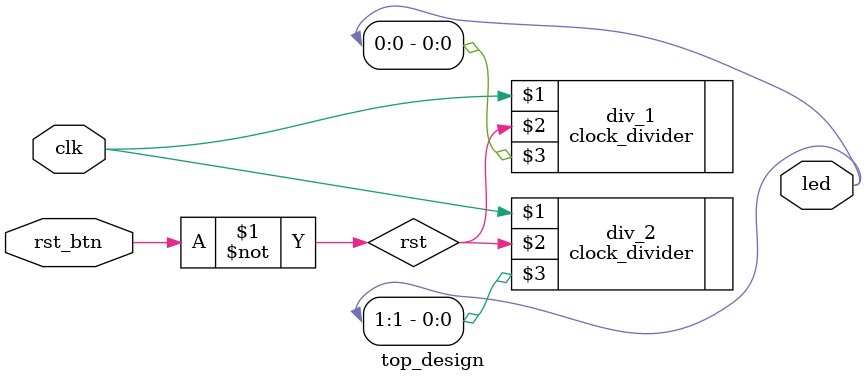
<source format=v>
module top_design (
    input clk,
    input rst_btn,

    output [1:0] led
);

    wire rst;
    assign rst = ~rst_btn;

    clock_divider #(31, 1500000 - 1) div_1 (clk, rst, led[0]);

    clock_divider div_2(clk, rst, led[1]);

endmodule
</source>
